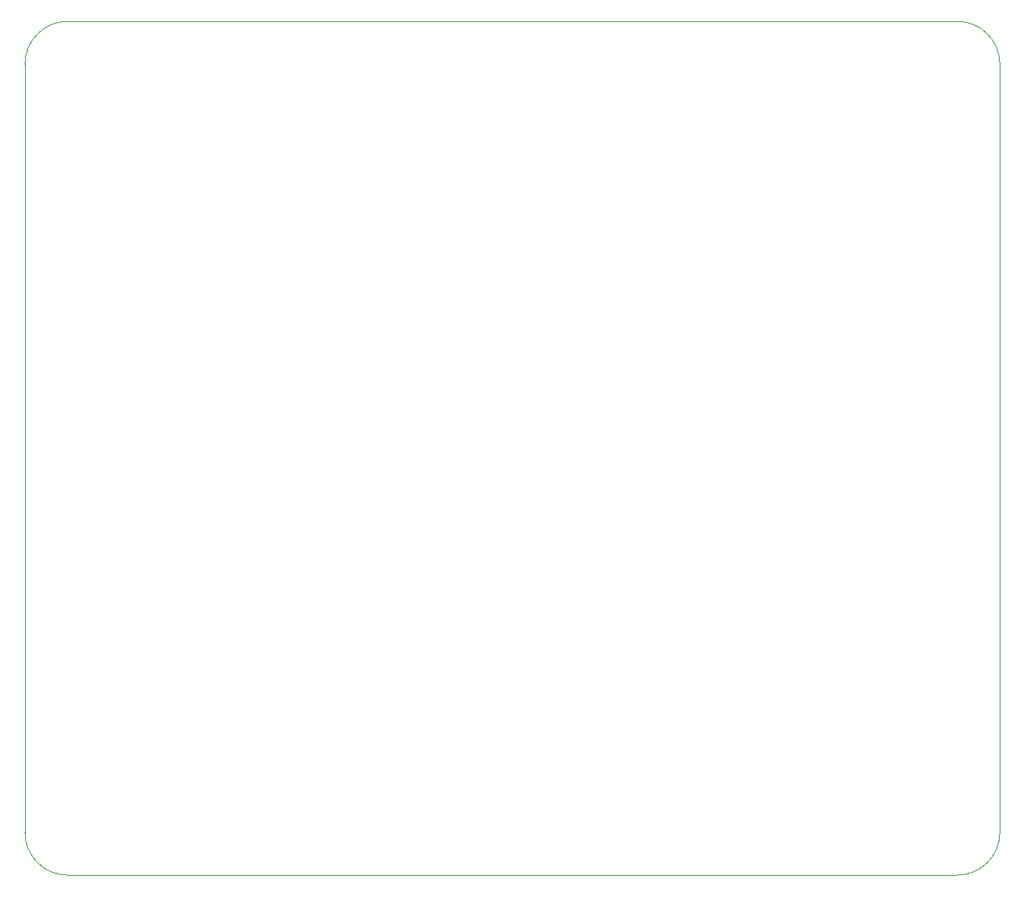
<source format=gm1>
G04 #@! TF.GenerationSoftware,KiCad,Pcbnew,(5.1.4)-1*
G04 #@! TF.CreationDate,2020-08-18T14:14:29-04:00*
G04 #@! TF.ProjectId,my_keyboard,6d795f6b-6579-4626-9f61-72642e6b6963,rev?*
G04 #@! TF.SameCoordinates,Original*
G04 #@! TF.FileFunction,Profile,NP*
%FSLAX46Y46*%
G04 Gerber Fmt 4.6, Leading zero omitted, Abs format (unit mm)*
G04 Created by KiCad (PCBNEW (5.1.4)-1) date 2020-08-18 14:14:29*
%MOMM*%
%LPD*%
G04 APERTURE LIST*
%ADD10C,0.050000*%
%ADD11C,0.120000*%
G04 APERTURE END LIST*
D10*
X100171000Y-55562450D02*
X199389750Y-55562450D01*
X199389750Y-55562450D02*
G75*
G02X204152250Y-60324950I0J-4762500D01*
G01*
X199389750Y-150812450D02*
X100171000Y-150812450D01*
X204152250Y-146049950D02*
G75*
G02X199389750Y-150812450I-4762500J0D01*
G01*
X95408500Y-60324950D02*
X95408500Y-146049950D01*
X95408500Y-60324950D02*
G75*
G02X100171000Y-55562450I4762500J0D01*
G01*
D11*
X100171000Y-150812450D02*
G75*
G02X95408500Y-146049950I0J4762500D01*
G01*
D10*
X204152250Y-60324950D02*
X204152250Y-146049950D01*
M02*

</source>
